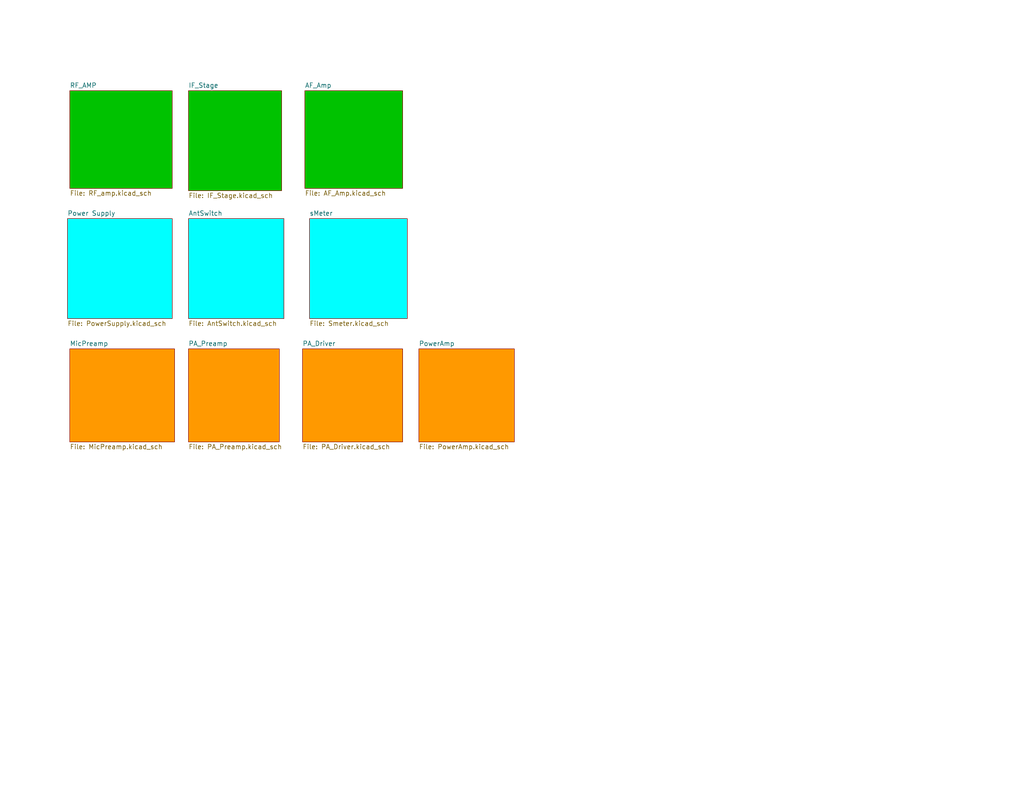
<source format=kicad_sch>
(kicad_sch (version 20211123) (generator eeschema)
  (paper "A")
  (title_block (title "Phoenix 612 Transceiver") (date "2022-08-31") (rev "0.1a") (company "DATER (Dave Peter)"))
  (lib_symbols)
  (sheet (at 114.3 95.25) (size 26.035 25.4) (stroke (width 0.1524)) (fill (color 255 153 0 1.0000))
    (property "Sheet name" "PowerAmp" (at 114.3 94.5384 0) (effects (justify left bottom)))
    (property "Sheet file" "PowerAmp.kicad_sch" (at 114.3 121.2346 0) (effects (justify left top)))
  )
  (sheet (at 83.185 24.765) (size 26.67 26.67) (stroke (width 0.1524)) (fill (color 0 194 0 1.0000))
    (property "Sheet name" "AF_Amp" (at 83.185 24.0534 0) (effects (justify left bottom)))
    (property "Sheet file" "AF_Amp.kicad_sch" (at 83.185 52.0196 0) (effects (justify left top)))
  )
  (sheet (at 51.435 59.69) (size 26.035 27.305) (stroke (width 0.1524)) (fill (color 0 255 255 1.0000))
    (property "Sheet name" "AntSwitch" (at 51.435 58.9784 0) (effects (justify left bottom)))
    (property "Sheet file" "AntSwitch.kicad_sch" (at 51.435 87.5796 0) (effects (justify left top)))
  )
  (sheet (at 19.05 24.765) (size 27.94 26.67) (stroke (width 0.1524)) (fill (color 0 194 0 1.0000))
    (property "Sheet name" "RF_AMP" (at 19.05 24.0534 0) (effects (justify left bottom)))
    (property "Sheet file" "RF_amp.kicad_sch" (at 19.05 52.0196 0) (effects (justify left top)))
  )
  (sheet (at 19.05 95.25) (size 28.575 25.4) (stroke (width 0.1524)) (fill (color 255 153 0 1.0000))
    (property "Sheet name" "MicPreamp" (at 19.05 94.5384 0) (effects (justify left bottom)))
    (property "Sheet file" "MicPreamp.kicad_sch" (at 19.05 121.2346 0) (effects (justify left top)))
  )
  (sheet (at 51.435 95.25) (size 24.765 25.4) (stroke (width 0.1524)) (fill (color 255 153 0 1.0000))
    (property "Sheet name" "PA_Preamp" (at 51.435 94.5384 0) (effects (justify left bottom)))
    (property "Sheet file" "PA_Preamp.kicad_sch" (at 51.435 121.2346 0) (effects (justify left top)))
  )
  (sheet (at 51.435 24.765) (size 25.4 27.305) (stroke (width 0.1524)) (fill (color 0 194 0 1.0000))
    (property "Sheet name" "IF_Stage" (at 51.435 24.0534 0) (effects (justify left bottom)))
    (property "Sheet file" "IF_Stage.kicad_sch" (at 51.435 52.6546 0) (effects (justify left top)))
  )
  (sheet (at 82.55 95.25) (size 27.305 25.4) (stroke (width 0.1524)) (fill (color 255 153 0 1.0000))
    (property "Sheet name" "PA_Driver" (at 82.55 94.5384 0) (effects (justify left bottom)))
    (property "Sheet file" "PA_Driver.kicad_sch" (at 82.55 121.2346 0) (effects (justify left top)))
  )
  (sheet (at 18.415 59.69) (size 28.575 27.305) (stroke (width 0.1524)) (fill (color 0 255 255 1.0000))
    (property "Sheet name" "Power Supply" (at 18.415 58.9784 0) (effects (justify left bottom)))
    (property "Sheet file" "PowerSupply.kicad_sch" (at 18.415 87.5796 0) (effects (justify left top)))
  )
  (sheet (at 84.455 59.69) (size 26.67 27.305) (stroke (width 0.1524)) (fill (color 0 255 255 1.0000))
    (property "Sheet name" "sMeter" (at 84.455 58.9784 0) (effects (justify left bottom)))
    (property "Sheet file" "Smeter.kicad_sch" (at 84.455 87.5796 0) (effects (justify left top)))
  )
)
</source>
